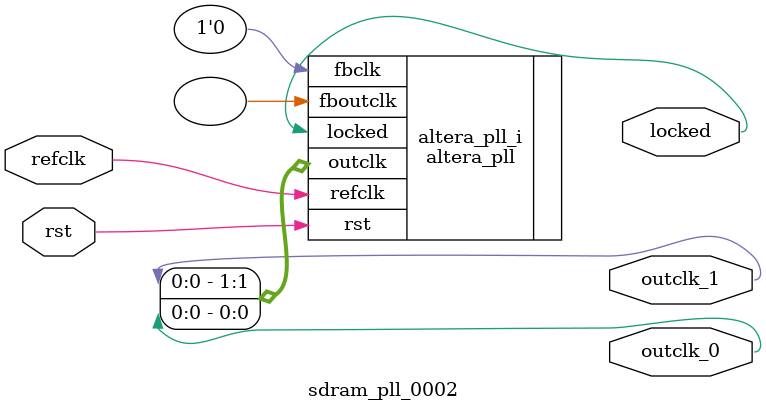
<source format=v>
`timescale 1ns/10ps
module  sdram_pll_0002(

	// interface 'refclk'
	input wire refclk,

	// interface 'reset'
	input wire rst,

	// interface 'outclk0'
	output wire outclk_0,

	// interface 'outclk1'
	output wire outclk_1,

	// interface 'locked'
	output wire locked
);

	altera_pll #(
		.fractional_vco_multiplier("false"),
		.reference_clock_frequency("50.0 MHz"),
		.operation_mode("direct"),
		.number_of_clocks(2),
		.output_clock_frequency0("143.000000 MHz"),
		.phase_shift0("0 ps"),
		.duty_cycle0(50),
		.output_clock_frequency1("143.000000 MHz"),
		.phase_shift1("-2972 ps"),
		.duty_cycle1(50),
		.output_clock_frequency2("0 MHz"),
		.phase_shift2("0 ps"),
		.duty_cycle2(50),
		.output_clock_frequency3("0 MHz"),
		.phase_shift3("0 ps"),
		.duty_cycle3(50),
		.output_clock_frequency4("0 MHz"),
		.phase_shift4("0 ps"),
		.duty_cycle4(50),
		.output_clock_frequency5("0 MHz"),
		.phase_shift5("0 ps"),
		.duty_cycle5(50),
		.output_clock_frequency6("0 MHz"),
		.phase_shift6("0 ps"),
		.duty_cycle6(50),
		.output_clock_frequency7("0 MHz"),
		.phase_shift7("0 ps"),
		.duty_cycle7(50),
		.output_clock_frequency8("0 MHz"),
		.phase_shift8("0 ps"),
		.duty_cycle8(50),
		.output_clock_frequency9("0 MHz"),
		.phase_shift9("0 ps"),
		.duty_cycle9(50),
		.output_clock_frequency10("0 MHz"),
		.phase_shift10("0 ps"),
		.duty_cycle10(50),
		.output_clock_frequency11("0 MHz"),
		.phase_shift11("0 ps"),
		.duty_cycle11(50),
		.output_clock_frequency12("0 MHz"),
		.phase_shift12("0 ps"),
		.duty_cycle12(50),
		.output_clock_frequency13("0 MHz"),
		.phase_shift13("0 ps"),
		.duty_cycle13(50),
		.output_clock_frequency14("0 MHz"),
		.phase_shift14("0 ps"),
		.duty_cycle14(50),
		.output_clock_frequency15("0 MHz"),
		.phase_shift15("0 ps"),
		.duty_cycle15(50),
		.output_clock_frequency16("0 MHz"),
		.phase_shift16("0 ps"),
		.duty_cycle16(50),
		.output_clock_frequency17("0 MHz"),
		.phase_shift17("0 ps"),
		.duty_cycle17(50),
		.pll_type("General"),
		.pll_subtype("General")
	) altera_pll_i (
		.rst	(rst),
		.outclk	({outclk_1, outclk_0}),
		.locked	(locked),
		.fboutclk	( ),
		.fbclk	(1'b0),
		.refclk	(refclk)
	);
endmodule


</source>
